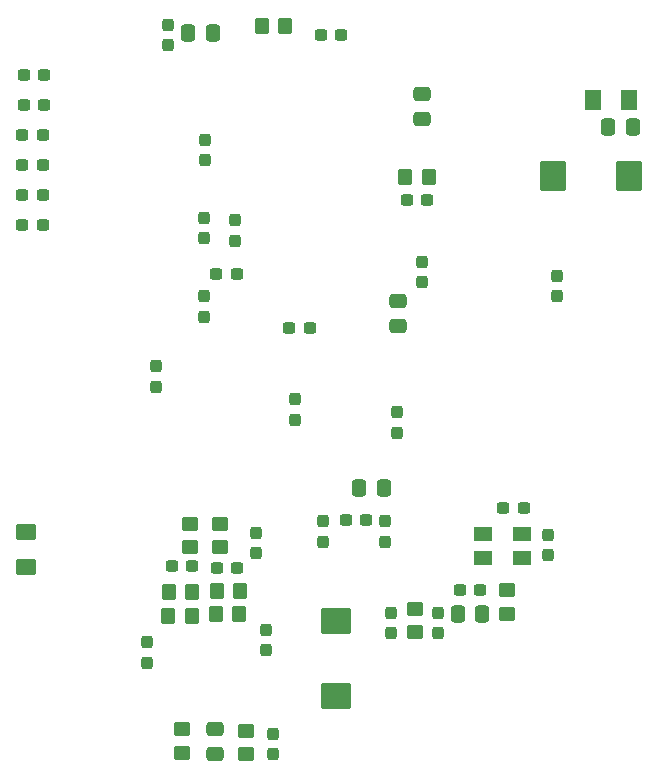
<source format=gbp>
G04 #@! TF.GenerationSoftware,KiCad,Pcbnew,7.0.2*
G04 #@! TF.CreationDate,2023-11-02T18:56:16+01:00*
G04 #@! TF.ProjectId,stm_audio_board_V2,73746d5f-6175-4646-996f-5f626f617264,rev?*
G04 #@! TF.SameCoordinates,Original*
G04 #@! TF.FileFunction,Paste,Bot*
G04 #@! TF.FilePolarity,Positive*
%FSLAX46Y46*%
G04 Gerber Fmt 4.6, Leading zero omitted, Abs format (unit mm)*
G04 Created by KiCad (PCBNEW 7.0.2) date 2023-11-02 18:56:16*
%MOMM*%
%LPD*%
G01*
G04 APERTURE LIST*
G04 Aperture macros list*
%AMRoundRect*
0 Rectangle with rounded corners*
0 $1 Rounding radius*
0 $2 $3 $4 $5 $6 $7 $8 $9 X,Y pos of 4 corners*
0 Add a 4 corners polygon primitive as box body*
4,1,4,$2,$3,$4,$5,$6,$7,$8,$9,$2,$3,0*
0 Add four circle primitives for the rounded corners*
1,1,$1+$1,$2,$3*
1,1,$1+$1,$4,$5*
1,1,$1+$1,$6,$7*
1,1,$1+$1,$8,$9*
0 Add four rect primitives between the rounded corners*
20,1,$1+$1,$2,$3,$4,$5,0*
20,1,$1+$1,$4,$5,$6,$7,0*
20,1,$1+$1,$6,$7,$8,$9,0*
20,1,$1+$1,$8,$9,$2,$3,0*%
G04 Aperture macros list end*
%ADD10RoundRect,0.237500X-0.237500X0.300000X-0.237500X-0.300000X0.237500X-0.300000X0.237500X0.300000X0*%
%ADD11RoundRect,0.237500X-0.300000X-0.237500X0.300000X-0.237500X0.300000X0.237500X-0.300000X0.237500X0*%
%ADD12RoundRect,0.250000X0.337500X0.475000X-0.337500X0.475000X-0.337500X-0.475000X0.337500X-0.475000X0*%
%ADD13RoundRect,0.250000X0.350000X0.450000X-0.350000X0.450000X-0.350000X-0.450000X0.350000X-0.450000X0*%
%ADD14R,1.600000X1.300000*%
%ADD15RoundRect,0.237500X0.300000X0.237500X-0.300000X0.237500X-0.300000X-0.237500X0.300000X-0.237500X0*%
%ADD16RoundRect,0.250001X-0.462499X-0.624999X0.462499X-0.624999X0.462499X0.624999X-0.462499X0.624999X0*%
%ADD17RoundRect,0.250000X-0.450000X0.350000X-0.450000X-0.350000X0.450000X-0.350000X0.450000X0.350000X0*%
%ADD18RoundRect,0.237500X0.237500X-0.300000X0.237500X0.300000X-0.237500X0.300000X-0.237500X-0.300000X0*%
%ADD19RoundRect,0.250000X-1.025000X0.875000X-1.025000X-0.875000X1.025000X-0.875000X1.025000X0.875000X0*%
%ADD20RoundRect,0.250000X-0.350000X-0.450000X0.350000X-0.450000X0.350000X0.450000X-0.350000X0.450000X0*%
%ADD21RoundRect,0.250001X-0.624999X0.462499X-0.624999X-0.462499X0.624999X-0.462499X0.624999X0.462499X0*%
%ADD22RoundRect,0.250000X-0.475000X0.337500X-0.475000X-0.337500X0.475000X-0.337500X0.475000X0.337500X0*%
%ADD23RoundRect,0.250000X-0.337500X-0.475000X0.337500X-0.475000X0.337500X0.475000X-0.337500X0.475000X0*%
%ADD24RoundRect,0.250000X0.450000X-0.350000X0.450000X0.350000X-0.450000X0.350000X-0.450000X-0.350000X0*%
%ADD25RoundRect,0.250000X0.475000X-0.337500X0.475000X0.337500X-0.475000X0.337500X-0.475000X-0.337500X0*%
%ADD26RoundRect,0.250000X0.875000X1.025000X-0.875000X1.025000X-0.875000X-1.025000X0.875000X-1.025000X0*%
G04 APERTURE END LIST*
D10*
X220543000Y-103238524D03*
X220543000Y-104963524D03*
D11*
X189314500Y-67885000D03*
X191039500Y-67885000D03*
D10*
X200657000Y-82378500D03*
X200657000Y-84103500D03*
D12*
X241010500Y-62163000D03*
X238935500Y-62163000D03*
D13*
X203674999Y-103569000D03*
X201674999Y-103569000D03*
D14*
X228309000Y-96595000D03*
X231609000Y-96595000D03*
X231609000Y-98595000D03*
X228309000Y-98595000D03*
D15*
X223603500Y-68346334D03*
X221878500Y-68346334D03*
D16*
X237663500Y-59817000D03*
X240638500Y-59817000D03*
D17*
X206063664Y-95711000D03*
X206063664Y-97711000D03*
D13*
X203709665Y-101537000D03*
X201709665Y-101537000D03*
D11*
X201966500Y-99315004D03*
X203691500Y-99315004D03*
D15*
X213643500Y-79177000D03*
X211918500Y-79177000D03*
D11*
X189314500Y-70431000D03*
X191039500Y-70431000D03*
D18*
X234540000Y-76447500D03*
X234540000Y-74722500D03*
D19*
X215838976Y-103913000D03*
X215838976Y-110313000D03*
D17*
X222541000Y-102901024D03*
X222541000Y-104901024D03*
D15*
X218437500Y-95425000D03*
X216712500Y-95425000D03*
D20*
X205761661Y-101409000D03*
X207761661Y-101409000D03*
D21*
X189617000Y-96439500D03*
X189617000Y-99414500D03*
D22*
X223107400Y-59338300D03*
X223107400Y-61413300D03*
D18*
X204781000Y-64941500D03*
X204781000Y-63216500D03*
X220003000Y-97245500D03*
X220003000Y-95520500D03*
X207321000Y-71753500D03*
X207321000Y-70028500D03*
D23*
X217829500Y-92694000D03*
X219904500Y-92694000D03*
D15*
X231755500Y-94385000D03*
X230030500Y-94385000D03*
D20*
X209582000Y-53594000D03*
X211582000Y-53594000D03*
D18*
X224525000Y-104963524D03*
X224525000Y-103238524D03*
D11*
X189314500Y-65339000D03*
X191039500Y-65339000D03*
X205761163Y-99451000D03*
X207486163Y-99451000D03*
X189432500Y-60267000D03*
X191157500Y-60267000D03*
D10*
X209081000Y-96506500D03*
X209081000Y-98231500D03*
D17*
X203488998Y-95711000D03*
X203488998Y-97711000D03*
D18*
X212393400Y-86910700D03*
X212393400Y-85185700D03*
D10*
X210531999Y-113501500D03*
X210531999Y-115226500D03*
D18*
X201605000Y-55223500D03*
X201605000Y-53498500D03*
D11*
X189426500Y-57727000D03*
X191151500Y-57727000D03*
D13*
X223727000Y-66384334D03*
X221727000Y-66384334D03*
D24*
X202808996Y-115127000D03*
X202808996Y-113127000D03*
D18*
X204653000Y-78195500D03*
X204653000Y-76470500D03*
D25*
X221086400Y-78960300D03*
X221086400Y-76885300D03*
D18*
X221013000Y-88023500D03*
X221013000Y-86298500D03*
D24*
X230373000Y-103325000D03*
X230373000Y-101325000D03*
D12*
X228259500Y-103322000D03*
X226184500Y-103322000D03*
D24*
X208262996Y-115241000D03*
X208262996Y-113241000D03*
D18*
X209908330Y-106429500D03*
X209908330Y-104704500D03*
D11*
X189314500Y-62793000D03*
X191039500Y-62793000D03*
D10*
X223163000Y-73552500D03*
X223163000Y-75277500D03*
D18*
X204653000Y-71561500D03*
X204653000Y-69836500D03*
D26*
X240633000Y-66257000D03*
X234233000Y-66257000D03*
D12*
X205450100Y-54178200D03*
X203375100Y-54178200D03*
D25*
X205609004Y-115210500D03*
X205609004Y-113135500D03*
D11*
X205738500Y-74575000D03*
X207463500Y-74575000D03*
D18*
X233831000Y-98361500D03*
X233831000Y-96636500D03*
D11*
X214564476Y-54315000D03*
X216289476Y-54315000D03*
D10*
X199896996Y-105748501D03*
X199896996Y-107473501D03*
D18*
X214771000Y-97233494D03*
X214771000Y-95508494D03*
D15*
X228089500Y-101297000D03*
X226364500Y-101297000D03*
D13*
X207693000Y-103377668D03*
X205693000Y-103377668D03*
M02*

</source>
